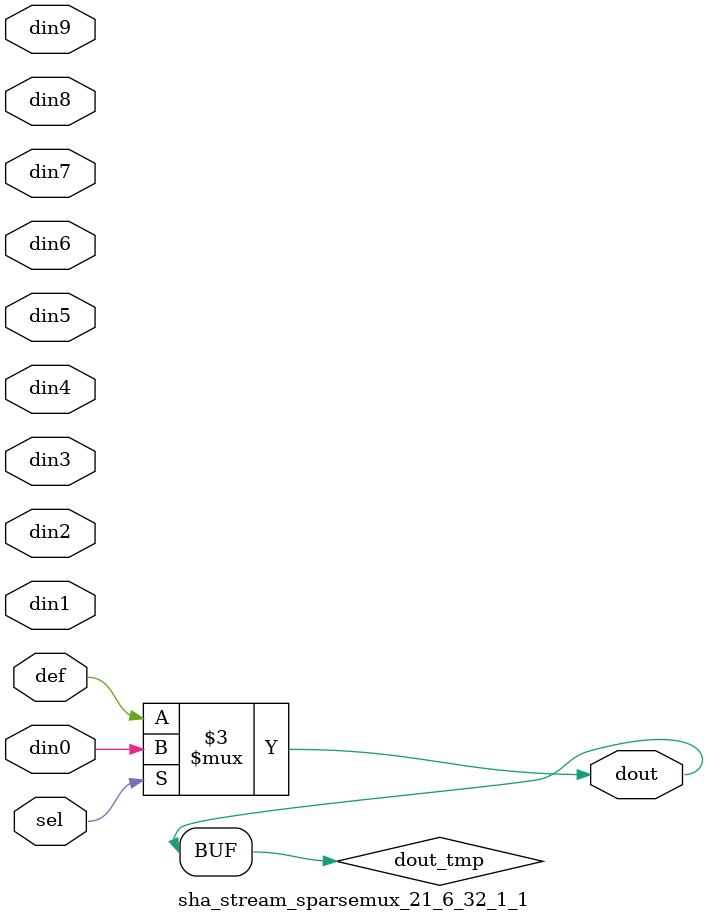
<source format=v>

module sha_stream_sparsemux_21_6_32_1_1 (din0,din1,din2,din3,din4,din5,din6,din7,din8,din9,def,sel,dout);  
parameter din0_WIDTH = 1;
parameter din1_WIDTH = 1;
parameter din2_WIDTH = 1;
parameter din3_WIDTH = 1;
parameter din4_WIDTH = 1;
parameter din5_WIDTH = 1;
parameter din6_WIDTH = 1;
parameter din7_WIDTH = 1;
parameter din8_WIDTH = 1;
parameter din9_WIDTH = 1;
parameter def_WIDTH = 1;
parameter sel_WIDTH = 1;
parameter dout_WIDTH = 1;
parameter [sel_WIDTH-1:0] CASE0 = 1;
parameter [sel_WIDTH-1:0] CASE1 = 1;
parameter [sel_WIDTH-1:0] CASE2 = 1;
parameter [sel_WIDTH-1:0] CASE3 = 1;
parameter [sel_WIDTH-1:0] CASE4 = 1;
parameter [sel_WIDTH-1:0] CASE5 = 1;
parameter [sel_WIDTH-1:0] CASE6 = 1;
parameter [sel_WIDTH-1:0] CASE7 = 1;
parameter [sel_WIDTH-1:0] CASE8 = 1;
parameter [sel_WIDTH-1:0] CASE9 = 1;
parameter ID = 1;
parameter NUM_STAGE = 1;
input [din0_WIDTH-1:0] din0;
input [din1_WIDTH-1:0] din1;
input [din2_WIDTH-1:0] din2;
input [din3_WIDTH-1:0] din3;
input [din4_WIDTH-1:0] din4;
input [din5_WIDTH-1:0] din5;
input [din6_WIDTH-1:0] din6;
input [din7_WIDTH-1:0] din7;
input [din8_WIDTH-1:0] din8;
input [din9_WIDTH-1:0] din9;
input [def_WIDTH-1:0] def;
input [sel_WIDTH-1:0] sel;
output [dout_WIDTH-1:0] dout;
reg [dout_WIDTH-1:0] dout_tmp;
always @ (*) begin
(* parallel_case *) case (sel)
    CASE0 : dout_tmp = din0;
    CASE1 : dout_tmp = din1;
    CASE2 : dout_tmp = din2;
    CASE3 : dout_tmp = din3;
    CASE4 : dout_tmp = din4;
    CASE5 : dout_tmp = din5;
    CASE6 : dout_tmp = din6;
    CASE7 : dout_tmp = din7;
    CASE8 : dout_tmp = din8;
    CASE9 : dout_tmp = din9;
    default : dout_tmp = def;
endcase
end
assign dout = dout_tmp;
endmodule

</source>
